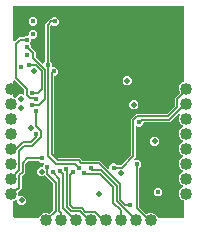
<source format=gbr>
G04 EAGLE Gerber RS-274X export*
G75*
%MOMM*%
%FSLAX34Y34*%
%LPD*%
%INBottom Copper*%
%IPPOS*%
%AMOC8*
5,1,8,0,0,1.08239X$1,22.5*%
G01*
%ADD10C,1.016000*%
%ADD11C,0.152400*%
%ADD12C,0.450000*%
%ADD13C,0.503200*%
%ADD14C,0.453200*%

G36*
X83178Y42066D02*
X83178Y42066D01*
X83230Y42067D01*
X83298Y42092D01*
X83368Y42107D01*
X83412Y42134D01*
X83461Y42151D01*
X83517Y42196D01*
X83579Y42233D01*
X83613Y42273D01*
X83653Y42305D01*
X83692Y42365D01*
X83739Y42420D01*
X83758Y42468D01*
X83786Y42512D01*
X83804Y42581D01*
X83831Y42648D01*
X83839Y42719D01*
X83846Y42751D01*
X83845Y42774D01*
X83849Y42815D01*
X83849Y44745D01*
X85912Y46807D01*
X88828Y46807D01*
X90093Y45542D01*
X90167Y45489D01*
X90237Y45430D01*
X90267Y45417D01*
X90293Y45399D01*
X90380Y45372D01*
X90465Y45338D01*
X90506Y45333D01*
X90528Y45326D01*
X90560Y45327D01*
X90632Y45319D01*
X93129Y45319D01*
X93219Y45334D01*
X93310Y45341D01*
X93340Y45354D01*
X93372Y45359D01*
X93452Y45402D01*
X93536Y45437D01*
X93568Y45463D01*
X93589Y45474D01*
X93611Y45497D01*
X93667Y45542D01*
X101744Y53619D01*
X101797Y53693D01*
X101857Y53762D01*
X101869Y53793D01*
X101888Y53819D01*
X101915Y53906D01*
X101949Y53991D01*
X101953Y54032D01*
X101960Y54054D01*
X101959Y54086D01*
X101967Y54157D01*
X101967Y84537D01*
X106230Y88799D01*
X132323Y88799D01*
X132414Y88814D01*
X132504Y88821D01*
X132534Y88834D01*
X132566Y88839D01*
X132647Y88882D01*
X132731Y88918D01*
X132763Y88943D01*
X132784Y88954D01*
X132806Y88978D01*
X132862Y89022D01*
X139192Y95353D01*
X139245Y95427D01*
X139304Y95496D01*
X139317Y95526D01*
X139335Y95552D01*
X139362Y95639D01*
X139396Y95724D01*
X139401Y95765D01*
X139408Y95787D01*
X139407Y95820D01*
X139415Y95891D01*
X139415Y102327D01*
X143315Y106227D01*
X143383Y106322D01*
X143453Y106416D01*
X143455Y106422D01*
X143459Y106427D01*
X143493Y106538D01*
X143529Y106650D01*
X143529Y106656D01*
X143531Y106662D01*
X143528Y106779D01*
X143527Y106896D01*
X143525Y106903D01*
X143525Y106908D01*
X143519Y106925D01*
X143480Y107057D01*
X142716Y108901D01*
X142716Y111428D01*
X143683Y113762D01*
X145470Y115548D01*
X146628Y116028D01*
X146728Y116090D01*
X146827Y116150D01*
X146832Y116154D01*
X146837Y116158D01*
X146912Y116248D01*
X146987Y116337D01*
X146990Y116342D01*
X146994Y116347D01*
X147035Y116456D01*
X147079Y116565D01*
X147080Y116572D01*
X147082Y116577D01*
X147083Y116595D01*
X147098Y116731D01*
X147098Y179533D01*
X147095Y179551D01*
X147097Y179567D01*
X147096Y179569D01*
X147097Y179573D01*
X147075Y179674D01*
X147058Y179776D01*
X147049Y179794D01*
X147045Y179813D01*
X146991Y179902D01*
X146943Y179993D01*
X146929Y180007D01*
X146918Y180024D01*
X146840Y180092D01*
X146765Y180163D01*
X146747Y180171D01*
X146731Y180184D01*
X146635Y180223D01*
X146542Y180266D01*
X146522Y180269D01*
X146503Y180276D01*
X146337Y180295D01*
X3335Y180295D01*
X3315Y180291D01*
X3295Y180294D01*
X3194Y180272D01*
X3092Y180255D01*
X3074Y180246D01*
X3055Y180241D01*
X2966Y180188D01*
X2874Y180140D01*
X2861Y180125D01*
X2844Y180115D01*
X2776Y180036D01*
X2705Y179961D01*
X2697Y179943D01*
X2684Y179928D01*
X2645Y179832D01*
X2601Y179738D01*
X2599Y179719D01*
X2592Y179700D01*
X2573Y179533D01*
X2573Y150952D01*
X2585Y150881D01*
X2587Y150810D01*
X2605Y150761D01*
X2613Y150709D01*
X2647Y150646D01*
X2671Y150579D01*
X2704Y150538D01*
X2728Y150492D01*
X2780Y150443D01*
X2825Y150387D01*
X2869Y150359D01*
X2906Y150323D01*
X2971Y150292D01*
X3032Y150254D01*
X3082Y150241D01*
X3130Y150219D01*
X3201Y150211D01*
X3270Y150194D01*
X3322Y150198D01*
X3374Y150192D01*
X3444Y150207D01*
X3516Y150213D01*
X3563Y150233D01*
X3614Y150244D01*
X3676Y150281D01*
X3742Y150309D01*
X3798Y150354D01*
X3825Y150370D01*
X3841Y150388D01*
X3873Y150414D01*
X5644Y152185D01*
X7058Y153599D01*
X11037Y153599D01*
X11127Y153614D01*
X11218Y153621D01*
X11248Y153633D01*
X11280Y153639D01*
X11360Y153681D01*
X11444Y153717D01*
X11476Y153743D01*
X11497Y153754D01*
X11519Y153777D01*
X11575Y153822D01*
X12806Y155052D01*
X14718Y155052D01*
X14738Y155056D01*
X14757Y155053D01*
X14859Y155075D01*
X14961Y155092D01*
X14978Y155101D01*
X14998Y155106D01*
X15087Y155159D01*
X15178Y155207D01*
X15192Y155222D01*
X15209Y155232D01*
X15276Y155311D01*
X15348Y155386D01*
X15356Y155404D01*
X15369Y155419D01*
X15408Y155515D01*
X15451Y155609D01*
X15453Y155628D01*
X15461Y155647D01*
X15479Y155814D01*
X15479Y157458D01*
X17542Y159521D01*
X20458Y159521D01*
X22521Y157458D01*
X22521Y154542D01*
X20458Y152479D01*
X18546Y152479D01*
X18526Y152476D01*
X18507Y152478D01*
X18405Y152456D01*
X18303Y152440D01*
X18286Y152430D01*
X18266Y152426D01*
X18177Y152373D01*
X18086Y152324D01*
X18072Y152310D01*
X18055Y152300D01*
X17988Y152221D01*
X17917Y152146D01*
X17908Y152128D01*
X17895Y152113D01*
X17856Y152017D01*
X17813Y151923D01*
X17811Y151903D01*
X17803Y151885D01*
X17785Y151718D01*
X17785Y150073D01*
X16815Y149104D01*
X16804Y149088D01*
X16788Y149075D01*
X16732Y148988D01*
X16672Y148904D01*
X16666Y148885D01*
X16655Y148869D01*
X16630Y148768D01*
X16600Y148669D01*
X16600Y148649D01*
X16595Y148630D01*
X16603Y148527D01*
X16606Y148423D01*
X16613Y148405D01*
X16614Y148385D01*
X16655Y148290D01*
X16690Y148192D01*
X16703Y148177D01*
X16711Y148158D01*
X16815Y148027D01*
X17720Y147123D01*
X17720Y145334D01*
X17735Y145244D01*
X17742Y145153D01*
X17755Y145123D01*
X17760Y145091D01*
X17803Y145010D01*
X17838Y144927D01*
X17864Y144894D01*
X17875Y144874D01*
X17898Y144852D01*
X17943Y144796D01*
X21533Y141206D01*
X21533Y136944D01*
X21547Y136854D01*
X21555Y136763D01*
X21567Y136733D01*
X21572Y136701D01*
X21615Y136621D01*
X21651Y136537D01*
X21677Y136505D01*
X21688Y136484D01*
X21711Y136462D01*
X21756Y136406D01*
X26680Y131482D01*
X26738Y131440D01*
X26790Y131391D01*
X26837Y131369D01*
X26879Y131338D01*
X26948Y131317D01*
X27013Y131287D01*
X27065Y131281D01*
X27115Y131266D01*
X27186Y131268D01*
X27257Y131260D01*
X27308Y131271D01*
X27360Y131272D01*
X27428Y131297D01*
X27498Y131312D01*
X27543Y131339D01*
X27591Y131357D01*
X27647Y131402D01*
X27709Y131438D01*
X27743Y131478D01*
X27783Y131510D01*
X27822Y131571D01*
X27869Y131625D01*
X27888Y131673D01*
X27916Y131717D01*
X27934Y131787D01*
X27961Y131853D01*
X27969Y131925D01*
X27976Y131956D01*
X29244Y133223D01*
X29297Y133297D01*
X29357Y133367D01*
X29369Y133397D01*
X29388Y133423D01*
X29415Y133510D01*
X29449Y133595D01*
X29453Y133636D01*
X29460Y133658D01*
X29459Y133690D01*
X29467Y133762D01*
X29467Y164842D01*
X33658Y169033D01*
X34238Y169033D01*
X34328Y169047D01*
X34419Y169055D01*
X34449Y169067D01*
X34481Y169072D01*
X34562Y169115D01*
X34646Y169151D01*
X34678Y169177D01*
X34698Y169188D01*
X34721Y169211D01*
X34777Y169256D01*
X36042Y170521D01*
X38958Y170521D01*
X41021Y168458D01*
X41021Y165542D01*
X38958Y163479D01*
X36042Y163479D01*
X35486Y164035D01*
X35470Y164046D01*
X35457Y164062D01*
X35370Y164118D01*
X35286Y164178D01*
X35267Y164184D01*
X35251Y164195D01*
X35150Y164220D01*
X35051Y164251D01*
X35031Y164250D01*
X35012Y164255D01*
X34909Y164247D01*
X34805Y164244D01*
X34787Y164238D01*
X34767Y164236D01*
X34672Y164196D01*
X34574Y164160D01*
X34559Y164147D01*
X34540Y164140D01*
X34410Y164035D01*
X33756Y163381D01*
X33702Y163307D01*
X33643Y163238D01*
X33631Y163207D01*
X33612Y163181D01*
X33585Y163094D01*
X33551Y163009D01*
X33547Y162968D01*
X33540Y162946D01*
X33541Y162914D01*
X33533Y162843D01*
X33533Y133762D01*
X33547Y133672D01*
X33555Y133581D01*
X33567Y133551D01*
X33572Y133519D01*
X33615Y133438D01*
X33651Y133354D01*
X33677Y133322D01*
X33688Y133302D01*
X33711Y133279D01*
X33756Y133223D01*
X35021Y131958D01*
X35021Y128925D01*
X35024Y128905D01*
X35022Y128885D01*
X35044Y128784D01*
X35060Y128682D01*
X35070Y128664D01*
X35074Y128645D01*
X35127Y128556D01*
X35176Y128465D01*
X35190Y128451D01*
X35200Y128434D01*
X35279Y128366D01*
X35354Y128295D01*
X35372Y128287D01*
X35387Y128274D01*
X35483Y128235D01*
X35577Y128192D01*
X35597Y128189D01*
X35615Y128182D01*
X35782Y128163D01*
X38033Y128163D01*
X40095Y126101D01*
X40095Y123184D01*
X38033Y121122D01*
X37677Y121122D01*
X37657Y121119D01*
X37638Y121121D01*
X37536Y121099D01*
X37434Y121082D01*
X37417Y121073D01*
X37397Y121069D01*
X37308Y121015D01*
X37217Y120967D01*
X37203Y120953D01*
X37186Y120942D01*
X37119Y120864D01*
X37048Y120789D01*
X37039Y120771D01*
X37026Y120756D01*
X36987Y120659D01*
X36944Y120566D01*
X36942Y120546D01*
X36934Y120527D01*
X36916Y120361D01*
X36916Y55539D01*
X36931Y55449D01*
X36938Y55358D01*
X36950Y55328D01*
X36956Y55296D01*
X36998Y55216D01*
X37034Y55132D01*
X37060Y55100D01*
X37071Y55079D01*
X37094Y55057D01*
X37139Y55001D01*
X40619Y51521D01*
X40693Y51468D01*
X40762Y51408D01*
X40793Y51396D01*
X40819Y51377D01*
X40906Y51350D01*
X40991Y51316D01*
X41032Y51312D01*
X41054Y51305D01*
X41086Y51306D01*
X41157Y51298D01*
X58633Y51298D01*
X60675Y49256D01*
X60749Y49203D01*
X60818Y49143D01*
X60848Y49131D01*
X60874Y49112D01*
X60961Y49085D01*
X61046Y49051D01*
X61087Y49047D01*
X61110Y49040D01*
X61142Y49041D01*
X61213Y49033D01*
X75793Y49033D01*
X82550Y42276D01*
X82608Y42235D01*
X82660Y42185D01*
X82707Y42163D01*
X82749Y42133D01*
X82818Y42112D01*
X82883Y42082D01*
X82935Y42076D01*
X82984Y42061D01*
X83056Y42062D01*
X83127Y42055D01*
X83178Y42066D01*
G37*
G36*
X146356Y637D02*
X146356Y637D01*
X146376Y635D01*
X146477Y657D01*
X146579Y674D01*
X146597Y683D01*
X146616Y687D01*
X146705Y741D01*
X146797Y789D01*
X146810Y803D01*
X146827Y814D01*
X146895Y892D01*
X146966Y967D01*
X146974Y985D01*
X146987Y1001D01*
X147026Y1097D01*
X147070Y1190D01*
X147072Y1210D01*
X147079Y1229D01*
X147098Y1395D01*
X147098Y14698D01*
X147079Y14812D01*
X147062Y14929D01*
X147059Y14934D01*
X147058Y14940D01*
X147004Y15043D01*
X146950Y15148D01*
X146946Y15152D01*
X146943Y15158D01*
X146859Y15238D01*
X146775Y15320D01*
X146768Y15324D01*
X146765Y15327D01*
X146748Y15335D01*
X146628Y15401D01*
X145470Y15881D01*
X143683Y17667D01*
X142716Y20001D01*
X142716Y22528D01*
X143683Y24862D01*
X145470Y26648D01*
X146104Y26911D01*
X146165Y26949D01*
X146231Y26978D01*
X146269Y27013D01*
X146313Y27041D01*
X146359Y27096D01*
X146412Y27145D01*
X146437Y27190D01*
X146470Y27230D01*
X146496Y27297D01*
X146530Y27360D01*
X146540Y27411D01*
X146558Y27460D01*
X146561Y27532D01*
X146574Y27602D01*
X146566Y27654D01*
X146569Y27706D01*
X146549Y27775D01*
X146538Y27846D01*
X146515Y27892D01*
X146500Y27942D01*
X146459Y28001D01*
X146427Y28065D01*
X146390Y28101D01*
X146360Y28144D01*
X146302Y28187D01*
X146251Y28237D01*
X146188Y28271D01*
X146162Y28291D01*
X146140Y28298D01*
X146104Y28318D01*
X145470Y28581D01*
X143683Y30367D01*
X142716Y32701D01*
X142716Y35228D01*
X143683Y37562D01*
X145470Y39348D01*
X146104Y39611D01*
X146165Y39649D01*
X146231Y39678D01*
X146269Y39713D01*
X146313Y39741D01*
X146359Y39796D01*
X146412Y39845D01*
X146437Y39890D01*
X146470Y39930D01*
X146496Y39997D01*
X146530Y40060D01*
X146540Y40111D01*
X146558Y40160D01*
X146561Y40232D01*
X146574Y40302D01*
X146566Y40354D01*
X146569Y40406D01*
X146549Y40475D01*
X146538Y40546D01*
X146515Y40592D01*
X146500Y40642D01*
X146459Y40701D01*
X146427Y40765D01*
X146390Y40801D01*
X146360Y40844D01*
X146302Y40887D01*
X146251Y40937D01*
X146188Y40971D01*
X146162Y40991D01*
X146140Y40998D01*
X146104Y41018D01*
X145470Y41281D01*
X143683Y43067D01*
X142716Y45401D01*
X142716Y47928D01*
X143683Y50262D01*
X145470Y52048D01*
X146104Y52311D01*
X146165Y52349D01*
X146231Y52378D01*
X146269Y52413D01*
X146313Y52441D01*
X146359Y52496D01*
X146412Y52545D01*
X146437Y52590D01*
X146470Y52630D01*
X146496Y52697D01*
X146530Y52760D01*
X146540Y52811D01*
X146558Y52860D01*
X146561Y52932D01*
X146574Y53002D01*
X146566Y53054D01*
X146569Y53106D01*
X146549Y53175D01*
X146538Y53246D01*
X146515Y53292D01*
X146500Y53342D01*
X146459Y53401D01*
X146427Y53465D01*
X146390Y53501D01*
X146360Y53544D01*
X146302Y53587D01*
X146251Y53637D01*
X146188Y53671D01*
X146162Y53691D01*
X146140Y53698D01*
X146104Y53718D01*
X145470Y53981D01*
X143683Y55767D01*
X142716Y58101D01*
X142716Y60628D01*
X143683Y62962D01*
X145470Y64748D01*
X146104Y65011D01*
X146165Y65049D01*
X146231Y65078D01*
X146269Y65113D01*
X146313Y65141D01*
X146359Y65196D01*
X146412Y65245D01*
X146437Y65290D01*
X146470Y65330D01*
X146496Y65397D01*
X146530Y65460D01*
X146540Y65511D01*
X146558Y65560D01*
X146561Y65632D01*
X146574Y65702D01*
X146566Y65754D01*
X146569Y65806D01*
X146549Y65875D01*
X146538Y65946D01*
X146515Y65992D01*
X146500Y66042D01*
X146459Y66101D01*
X146427Y66165D01*
X146390Y66201D01*
X146360Y66244D01*
X146302Y66287D01*
X146251Y66337D01*
X146188Y66371D01*
X146162Y66391D01*
X146140Y66398D01*
X146104Y66418D01*
X145470Y66681D01*
X143683Y68467D01*
X142716Y70801D01*
X142716Y73328D01*
X143683Y75662D01*
X145470Y77448D01*
X146104Y77711D01*
X146165Y77749D01*
X146231Y77778D01*
X146269Y77813D01*
X146313Y77841D01*
X146359Y77896D01*
X146412Y77945D01*
X146437Y77990D01*
X146470Y78030D01*
X146496Y78097D01*
X146530Y78160D01*
X146540Y78211D01*
X146558Y78260D01*
X146561Y78331D01*
X146574Y78402D01*
X146566Y78454D01*
X146569Y78506D01*
X146549Y78575D01*
X146538Y78645D01*
X146515Y78692D01*
X146500Y78742D01*
X146459Y78801D01*
X146427Y78865D01*
X146389Y78901D01*
X146360Y78944D01*
X146302Y78987D01*
X146251Y79037D01*
X146188Y79071D01*
X146163Y79091D01*
X146140Y79098D01*
X146104Y79118D01*
X145470Y79381D01*
X143683Y81167D01*
X142716Y83501D01*
X142716Y86028D01*
X143478Y87867D01*
X143500Y87962D01*
X143529Y88055D01*
X143528Y88081D01*
X143534Y88106D01*
X143525Y88203D01*
X143523Y88301D01*
X143514Y88325D01*
X143511Y88351D01*
X143472Y88440D01*
X143438Y88532D01*
X143422Y88552D01*
X143411Y88576D01*
X143345Y88648D01*
X143284Y88724D01*
X143262Y88738D01*
X143245Y88757D01*
X143159Y88804D01*
X143078Y88857D01*
X143052Y88863D01*
X143029Y88876D01*
X142933Y88893D01*
X142839Y88917D01*
X142813Y88915D01*
X142787Y88919D01*
X142691Y88905D01*
X142594Y88898D01*
X142570Y88887D01*
X142544Y88883D01*
X142457Y88839D01*
X142367Y88801D01*
X142342Y88781D01*
X142325Y88772D01*
X142301Y88748D01*
X142237Y88696D01*
X135130Y81590D01*
X113230Y81590D01*
X113210Y81587D01*
X113190Y81589D01*
X113089Y81567D01*
X112987Y81550D01*
X112969Y81541D01*
X112950Y81537D01*
X112861Y81484D01*
X112769Y81435D01*
X112756Y81421D01*
X112739Y81411D01*
X112671Y81332D01*
X112600Y81257D01*
X112592Y81239D01*
X112579Y81224D01*
X112540Y81128D01*
X112496Y81034D01*
X112494Y81014D01*
X112487Y80996D01*
X112468Y80829D01*
X112468Y80026D01*
X110406Y77964D01*
X107489Y77964D01*
X107332Y78121D01*
X107274Y78163D01*
X107222Y78212D01*
X107175Y78234D01*
X107133Y78265D01*
X107064Y78286D01*
X106999Y78316D01*
X106947Y78322D01*
X106897Y78337D01*
X106826Y78335D01*
X106755Y78343D01*
X106704Y78332D01*
X106652Y78331D01*
X106584Y78306D01*
X106514Y78291D01*
X106469Y78264D01*
X106421Y78246D01*
X106365Y78201D01*
X106303Y78164D01*
X106269Y78125D01*
X106229Y78092D01*
X106190Y78032D01*
X106143Y77978D01*
X106124Y77929D01*
X106096Y77885D01*
X106078Y77816D01*
X106051Y77749D01*
X106043Y77678D01*
X106035Y77647D01*
X106037Y77624D01*
X106033Y77583D01*
X106033Y52158D01*
X104695Y50820D01*
X104653Y50762D01*
X104604Y50710D01*
X104582Y50663D01*
X104551Y50621D01*
X104530Y50552D01*
X104500Y50487D01*
X104494Y50435D01*
X104479Y50385D01*
X104481Y50314D01*
X104473Y50243D01*
X104484Y50192D01*
X104485Y50140D01*
X104510Y50072D01*
X104525Y50002D01*
X104552Y49957D01*
X104570Y49909D01*
X104615Y49853D01*
X104651Y49791D01*
X104691Y49757D01*
X104724Y49717D01*
X104784Y49678D01*
X104838Y49631D01*
X104887Y49612D01*
X104931Y49584D01*
X105000Y49566D01*
X105067Y49539D01*
X105138Y49531D01*
X105169Y49523D01*
X105192Y49525D01*
X105233Y49521D01*
X108458Y49521D01*
X110521Y47458D01*
X110521Y44542D01*
X109256Y43277D01*
X109203Y43203D01*
X109143Y43133D01*
X109131Y43103D01*
X109112Y43077D01*
X109085Y42990D01*
X109051Y42905D01*
X109047Y42864D01*
X109040Y42842D01*
X109041Y42810D01*
X109033Y42738D01*
X109033Y10076D01*
X109047Y9986D01*
X109055Y9895D01*
X109067Y9866D01*
X109072Y9834D01*
X109115Y9753D01*
X109151Y9669D01*
X109177Y9637D01*
X109188Y9616D01*
X109211Y9594D01*
X109256Y9538D01*
X114682Y4112D01*
X114776Y4044D01*
X114871Y3974D01*
X114877Y3972D01*
X114882Y3968D01*
X114993Y3934D01*
X115104Y3898D01*
X115111Y3898D01*
X115117Y3896D01*
X115233Y3899D01*
X115350Y3900D01*
X115358Y3902D01*
X115363Y3902D01*
X115380Y3909D01*
X115511Y3947D01*
X117667Y4840D01*
X120193Y4840D01*
X122528Y3873D01*
X124314Y2086D01*
X124721Y1104D01*
X124783Y1004D01*
X124842Y905D01*
X124847Y900D01*
X124850Y895D01*
X124941Y820D01*
X125029Y745D01*
X125035Y742D01*
X125040Y738D01*
X125148Y697D01*
X125257Y653D01*
X125265Y652D01*
X125270Y650D01*
X125288Y649D01*
X125424Y634D01*
X146337Y634D01*
X146356Y637D01*
G37*
G36*
X23651Y653D02*
X23651Y653D01*
X23767Y670D01*
X23773Y673D01*
X23779Y674D01*
X23881Y728D01*
X23986Y782D01*
X23991Y786D01*
X23996Y789D01*
X24076Y873D01*
X24159Y957D01*
X24162Y964D01*
X24166Y967D01*
X24173Y984D01*
X24239Y1104D01*
X24646Y2086D01*
X26433Y3873D01*
X28767Y4840D01*
X31293Y4840D01*
X32686Y4263D01*
X32800Y4236D01*
X32913Y4207D01*
X32920Y4208D01*
X32926Y4206D01*
X33042Y4217D01*
X33159Y4227D01*
X33164Y4229D01*
X33171Y4230D01*
X33278Y4277D01*
X33385Y4323D01*
X33391Y4328D01*
X33395Y4330D01*
X33409Y4342D01*
X33516Y4428D01*
X36192Y7104D01*
X36245Y7178D01*
X36304Y7247D01*
X36317Y7277D01*
X36335Y7304D01*
X36362Y7391D01*
X36396Y7475D01*
X36401Y7516D01*
X36408Y7539D01*
X36407Y7571D01*
X36415Y7642D01*
X36415Y29327D01*
X36400Y29417D01*
X36393Y29508D01*
X36380Y29538D01*
X36375Y29570D01*
X36332Y29651D01*
X36297Y29735D01*
X36271Y29767D01*
X36260Y29788D01*
X36237Y29810D01*
X36192Y29866D01*
X29571Y36486D01*
X29555Y36498D01*
X29543Y36514D01*
X29455Y36570D01*
X29371Y36630D01*
X29352Y36636D01*
X29336Y36647D01*
X29235Y36672D01*
X29136Y36702D01*
X29116Y36702D01*
X29097Y36707D01*
X28994Y36699D01*
X28890Y36696D01*
X28872Y36689D01*
X28852Y36687D01*
X28757Y36647D01*
X28659Y36611D01*
X28644Y36599D01*
X28626Y36591D01*
X28495Y36486D01*
X28067Y36059D01*
X24930Y36059D01*
X22712Y38277D01*
X22712Y41414D01*
X24930Y43632D01*
X27033Y43632D01*
X27053Y43635D01*
X27072Y43633D01*
X27174Y43655D01*
X27276Y43672D01*
X27293Y43681D01*
X27313Y43685D01*
X27402Y43739D01*
X27493Y43787D01*
X27507Y43801D01*
X27524Y43812D01*
X27591Y43890D01*
X27662Y43965D01*
X27671Y43983D01*
X27684Y43998D01*
X27722Y44095D01*
X27766Y44188D01*
X27768Y44208D01*
X27776Y44227D01*
X27794Y44393D01*
X27794Y45540D01*
X28434Y46180D01*
X28475Y46238D01*
X28525Y46290D01*
X28547Y46337D01*
X28577Y46379D01*
X28598Y46448D01*
X28628Y46513D01*
X28634Y46565D01*
X28649Y46615D01*
X28648Y46686D01*
X28655Y46757D01*
X28644Y46808D01*
X28643Y46860D01*
X28618Y46928D01*
X28603Y46998D01*
X28577Y47043D01*
X28559Y47091D01*
X28514Y47147D01*
X28477Y47209D01*
X28437Y47243D01*
X28405Y47283D01*
X28345Y47322D01*
X28290Y47369D01*
X28242Y47388D01*
X28198Y47416D01*
X28129Y47434D01*
X28062Y47461D01*
X27991Y47469D01*
X27960Y47477D01*
X27936Y47475D01*
X27895Y47479D01*
X25542Y47479D01*
X24277Y48744D01*
X24203Y48797D01*
X24133Y48857D01*
X24103Y48869D01*
X24077Y48888D01*
X23990Y48915D01*
X23905Y48949D01*
X23864Y48953D01*
X23842Y48960D01*
X23810Y48959D01*
X23738Y48967D01*
X15399Y48967D01*
X15309Y48953D01*
X15218Y48945D01*
X15188Y48933D01*
X15156Y48928D01*
X15076Y48885D01*
X14992Y48849D01*
X14960Y48823D01*
X14939Y48812D01*
X14917Y48789D01*
X14861Y48744D01*
X12497Y46381D01*
X12444Y46307D01*
X12385Y46238D01*
X12373Y46207D01*
X12354Y46181D01*
X12327Y46094D01*
X12293Y46009D01*
X12288Y45968D01*
X12281Y45946D01*
X12282Y45914D01*
X12274Y45843D01*
X12274Y38919D01*
X9614Y36259D01*
X9561Y36186D01*
X9502Y36116D01*
X9490Y36086D01*
X9471Y36060D01*
X9444Y35973D01*
X9410Y35888D01*
X9405Y35847D01*
X9398Y35825D01*
X9399Y35792D01*
X9391Y35721D01*
X9391Y25517D01*
X6820Y22946D01*
X6767Y22872D01*
X6708Y22802D01*
X6696Y22772D01*
X6677Y22746D01*
X6650Y22659D01*
X6616Y22574D01*
X6611Y22533D01*
X6604Y22511D01*
X6605Y22479D01*
X6597Y22407D01*
X6597Y19890D01*
X6609Y19819D01*
X6611Y19747D01*
X6629Y19699D01*
X6637Y19647D01*
X6671Y19584D01*
X6695Y19516D01*
X6728Y19476D01*
X6752Y19430D01*
X6804Y19380D01*
X6849Y19324D01*
X6893Y19296D01*
X6931Y19260D01*
X6996Y19230D01*
X7056Y19191D01*
X7106Y19179D01*
X7154Y19157D01*
X7225Y19149D01*
X7294Y19131D01*
X7346Y19135D01*
X7398Y19130D01*
X7468Y19145D01*
X7540Y19150D01*
X7588Y19171D01*
X7638Y19182D01*
X7700Y19219D01*
X7766Y19247D01*
X7813Y19284D01*
X10967Y19284D01*
X13185Y17066D01*
X13185Y13929D01*
X10967Y11711D01*
X7829Y11711D01*
X5611Y13929D01*
X5611Y15563D01*
X5600Y15634D01*
X5598Y15706D01*
X5580Y15755D01*
X5571Y15806D01*
X5538Y15869D01*
X5513Y15937D01*
X5481Y15978D01*
X5456Y16024D01*
X5404Y16073D01*
X5360Y16129D01*
X5316Y16157D01*
X5278Y16193D01*
X5213Y16223D01*
X5153Y16262D01*
X5102Y16275D01*
X5055Y16297D01*
X4984Y16304D01*
X4914Y16322D01*
X4862Y16318D01*
X4811Y16324D01*
X4740Y16308D01*
X4669Y16303D01*
X4621Y16282D01*
X4570Y16271D01*
X4509Y16235D01*
X4443Y16207D01*
X4387Y16162D01*
X4359Y16145D01*
X4344Y16127D01*
X4312Y16102D01*
X3844Y15634D01*
X3043Y15302D01*
X2943Y15240D01*
X2844Y15181D01*
X2840Y15176D01*
X2834Y15173D01*
X2759Y15082D01*
X2684Y14994D01*
X2681Y14988D01*
X2677Y14983D01*
X2636Y14875D01*
X2592Y14766D01*
X2591Y14758D01*
X2589Y14754D01*
X2588Y14735D01*
X2573Y14599D01*
X2573Y1395D01*
X2576Y1376D01*
X2574Y1356D01*
X2596Y1255D01*
X2613Y1153D01*
X2622Y1135D01*
X2627Y1116D01*
X2680Y1027D01*
X2728Y935D01*
X2743Y922D01*
X2753Y905D01*
X2831Y837D01*
X2906Y766D01*
X2924Y758D01*
X2940Y745D01*
X3036Y706D01*
X3130Y662D01*
X3149Y660D01*
X3168Y653D01*
X3335Y634D01*
X23536Y634D01*
X23651Y653D01*
G37*
G36*
X4408Y102455D02*
X4408Y102455D01*
X4460Y102456D01*
X4528Y102481D01*
X4598Y102496D01*
X4643Y102523D01*
X4692Y102541D01*
X4748Y102585D01*
X4809Y102622D01*
X4843Y102662D01*
X4884Y102694D01*
X4922Y102755D01*
X4969Y102809D01*
X4989Y102857D01*
X5017Y102901D01*
X5034Y102971D01*
X5061Y103037D01*
X5069Y103109D01*
X5077Y103140D01*
X5075Y103163D01*
X5080Y103204D01*
X5080Y103263D01*
X7298Y105481D01*
X10435Y105481D01*
X10615Y105302D01*
X10673Y105260D01*
X10725Y105210D01*
X10772Y105188D01*
X10814Y105158D01*
X10883Y105137D01*
X10948Y105107D01*
X11000Y105101D01*
X11049Y105086D01*
X11121Y105087D01*
X11192Y105080D01*
X11243Y105091D01*
X11295Y105092D01*
X11363Y105117D01*
X11433Y105132D01*
X11477Y105159D01*
X11526Y105176D01*
X11582Y105221D01*
X11644Y105258D01*
X11678Y105298D01*
X11718Y105330D01*
X11757Y105390D01*
X11804Y105445D01*
X11823Y105493D01*
X11851Y105537D01*
X11869Y105606D01*
X11896Y105673D01*
X11904Y105744D01*
X11911Y105776D01*
X11910Y105799D01*
X11914Y105840D01*
X11914Y108772D01*
X11899Y108863D01*
X11892Y108953D01*
X11880Y108983D01*
X11874Y109015D01*
X11832Y109096D01*
X11796Y109180D01*
X11770Y109212D01*
X11759Y109233D01*
X11736Y109255D01*
X11691Y109311D01*
X3873Y117129D01*
X3815Y117171D01*
X3763Y117220D01*
X3715Y117242D01*
X3673Y117273D01*
X3605Y117294D01*
X3540Y117324D01*
X3488Y117330D01*
X3438Y117345D01*
X3366Y117343D01*
X3295Y117351D01*
X3244Y117340D01*
X3192Y117339D01*
X3125Y117314D01*
X3055Y117299D01*
X3010Y117272D01*
X2961Y117254D01*
X2905Y117209D01*
X2844Y117173D01*
X2810Y117133D01*
X2769Y117100D01*
X2730Y117040D01*
X2684Y116986D01*
X2664Y116937D01*
X2636Y116894D01*
X2619Y116824D01*
X2592Y116758D01*
X2584Y116686D01*
X2576Y116655D01*
X2578Y116632D01*
X2573Y116591D01*
X2573Y103637D01*
X2592Y103522D01*
X2609Y103406D01*
X2612Y103400D01*
X2613Y103394D01*
X2667Y103291D01*
X2721Y103187D01*
X2725Y103182D01*
X2728Y103177D01*
X2812Y103097D01*
X2896Y103014D01*
X2903Y103011D01*
X2906Y103007D01*
X2923Y103000D01*
X3043Y102934D01*
X3875Y102589D01*
X3890Y102575D01*
X3937Y102553D01*
X3980Y102522D01*
X4048Y102501D01*
X4113Y102471D01*
X4165Y102465D01*
X4215Y102450D01*
X4287Y102452D01*
X4358Y102444D01*
X4408Y102455D01*
G37*
%LPC*%
G36*
X97436Y112911D02*
X97436Y112911D01*
X95218Y115129D01*
X95218Y118266D01*
X97436Y120484D01*
X100573Y120484D01*
X102791Y118266D01*
X102791Y115129D01*
X100573Y112911D01*
X97436Y112911D01*
G37*
%LPD*%
%LPC*%
G36*
X102879Y92758D02*
X102879Y92758D01*
X100661Y94976D01*
X100661Y98113D01*
X102879Y100331D01*
X106016Y100331D01*
X108234Y98113D01*
X108234Y94976D01*
X106016Y92758D01*
X102879Y92758D01*
G37*
%LPD*%
%LPC*%
G36*
X120630Y61864D02*
X120630Y61864D01*
X118412Y64082D01*
X118412Y67219D01*
X120630Y69437D01*
X123768Y69437D01*
X125986Y67219D01*
X125986Y64082D01*
X123768Y61864D01*
X120630Y61864D01*
G37*
%LPD*%
%LPC*%
G36*
X17542Y163479D02*
X17542Y163479D01*
X15479Y165542D01*
X15479Y168458D01*
X17542Y170521D01*
X20458Y170521D01*
X22521Y168458D01*
X22521Y165542D01*
X20458Y163479D01*
X17542Y163479D01*
G37*
%LPD*%
%LPC*%
G36*
X123542Y19213D02*
X123542Y19213D01*
X121479Y21275D01*
X121479Y24192D01*
X123542Y26254D01*
X126458Y26254D01*
X128521Y24192D01*
X128521Y21275D01*
X126458Y19213D01*
X123542Y19213D01*
G37*
%LPD*%
D10*
X149067Y72065D03*
X149067Y84765D03*
X149067Y59365D03*
X149067Y97465D03*
X149067Y46665D03*
X149067Y110165D03*
X149067Y33965D03*
X149067Y21265D03*
X80830Y-1511D03*
X93530Y-1511D03*
X68130Y-1511D03*
X106230Y-1511D03*
X55430Y-1511D03*
X118930Y-1511D03*
X42730Y-1511D03*
X30030Y-1511D03*
X247Y71818D03*
X247Y84518D03*
X247Y59118D03*
X247Y97218D03*
X247Y46418D03*
X247Y109918D03*
X247Y33718D03*
X247Y21018D03*
D11*
X141448Y94734D02*
X141448Y101485D01*
X149067Y109104D02*
X149067Y110165D01*
X149067Y109104D02*
X141448Y101485D01*
X133481Y86767D02*
X107072Y86767D01*
X133481Y86767D02*
X141448Y94734D01*
D12*
X87370Y43286D03*
D11*
X104000Y53000D02*
X104000Y83695D01*
X104000Y53000D02*
X94286Y43286D01*
X87370Y43286D01*
X104000Y83695D02*
X107072Y86767D01*
D13*
X99005Y116698D03*
X104448Y96544D03*
X75378Y20895D03*
X17651Y76485D03*
X19868Y124965D03*
X122199Y65650D03*
X26498Y39845D03*
X93612Y38410D03*
D12*
X85080Y71301D03*
X85080Y84001D03*
X85080Y96701D03*
X74920Y96701D03*
X74920Y106861D03*
X62220Y106861D03*
X49520Y106861D03*
X39360Y96701D03*
X39360Y84001D03*
X39360Y71301D03*
X49520Y71301D03*
X49520Y84001D03*
X49520Y96701D03*
X49520Y61141D03*
X62220Y61141D03*
X74920Y61141D03*
X62220Y71301D03*
X62220Y84001D03*
X62220Y96701D03*
X74920Y84001D03*
X74920Y71301D03*
X62700Y132382D03*
X62700Y138907D03*
X62742Y145944D03*
X67311Y151748D03*
X79210Y125449D03*
X71320Y125449D03*
X108148Y127463D03*
X118408Y127463D03*
X143877Y127529D03*
X117350Y92450D03*
D13*
X22678Y45326D03*
D12*
X143877Y118529D03*
X126877Y127529D03*
X134877Y127529D03*
X132782Y64559D03*
X98842Y127568D03*
X63008Y162836D03*
X65380Y177981D03*
X58880Y177981D03*
X52380Y177981D03*
X45743Y177981D03*
X39539Y178069D03*
X52870Y168314D03*
X45870Y168314D03*
X42374Y162914D03*
X49374Y162914D03*
X62700Y125382D03*
X132719Y24835D03*
X5029Y178211D03*
X12005Y178089D03*
X19177Y178089D03*
X26128Y178031D03*
X33128Y178187D03*
X23779Y144000D03*
X56374Y162914D03*
X58870Y168314D03*
X65370Y168314D03*
X48870Y173314D03*
X55370Y173314D03*
X62370Y173314D03*
X41870Y173314D03*
X72880Y177981D03*
X79880Y177981D03*
X86880Y177981D03*
X100380Y177981D03*
X106880Y177981D03*
X113380Y177981D03*
X93880Y177981D03*
X130880Y177981D03*
D14*
X142380Y177981D03*
D12*
X68870Y173314D03*
X67182Y159332D03*
X63066Y155235D03*
D14*
X135380Y165981D03*
X128380Y165981D03*
X142380Y165981D03*
X135380Y138481D03*
X128880Y138481D03*
X142380Y138481D03*
D12*
X91811Y155248D03*
X98811Y149248D03*
X101811Y162748D03*
X106811Y158248D03*
X120811Y168248D03*
X120811Y161248D03*
X120811Y142748D03*
X120811Y133748D03*
X91811Y149248D03*
X125000Y22734D03*
D13*
X9398Y15497D03*
X8866Y101695D03*
X8707Y93716D03*
D12*
X9100Y128633D03*
X19000Y167000D03*
X31315Y44082D03*
D11*
X31315Y37617D01*
X38448Y30485D01*
X38448Y6485D01*
X30452Y-1511D02*
X30030Y-1511D01*
X30452Y-1511D02*
X38448Y6485D01*
D12*
X27000Y51000D03*
D11*
X14242Y51000D02*
X10242Y47000D01*
X10242Y39762D01*
X7359Y36879D01*
X7359Y26359D02*
X5000Y24000D01*
X14242Y51000D02*
X27000Y51000D01*
X7359Y36879D02*
X7359Y26359D01*
X3229Y24000D02*
X247Y21018D01*
X3229Y24000D02*
X5000Y24000D01*
D12*
X21816Y91485D03*
D11*
X21816Y78751D01*
X26121Y74447D01*
X26121Y69158D01*
X18448Y61485D02*
X11448Y61485D01*
X7448Y57485D01*
X18448Y61485D02*
X26121Y69158D01*
X7448Y40919D02*
X247Y33718D01*
X7448Y40919D02*
X7448Y57485D01*
D12*
X21839Y71987D03*
D11*
X21839Y69241D01*
X17535Y64937D01*
X10900Y64937D01*
X5081Y59118D01*
X247Y59118D01*
D12*
X35802Y39638D03*
D11*
X42730Y5202D02*
X42730Y-1511D01*
X42730Y5202D02*
X41448Y6485D01*
X41448Y33609D01*
X35802Y39255D02*
X35802Y39638D01*
X35802Y39255D02*
X41448Y33609D01*
D12*
X41752Y40560D03*
D11*
X54792Y-1511D02*
X55430Y-1511D01*
X54792Y-1511D02*
X44259Y9022D01*
X44259Y38053D02*
X41752Y40560D01*
X44259Y38053D02*
X44259Y9022D01*
D12*
X47432Y42189D03*
D11*
X47591Y42030D01*
X59095Y6128D02*
X66734Y-1511D01*
X47591Y9641D02*
X47591Y42030D01*
X66734Y-1511D02*
X68130Y-1511D01*
X51104Y6128D02*
X47591Y9641D01*
X51104Y6128D02*
X59095Y6128D01*
D12*
X52605Y39189D03*
D11*
X78419Y-1511D02*
X80830Y-1511D01*
X50567Y37152D02*
X52605Y39189D01*
X71527Y5672D02*
X78710Y-1511D01*
X80830Y-1511D01*
X53000Y8922D02*
X50567Y11355D01*
X53000Y8922D02*
X60252Y8922D01*
X63502Y5672D01*
X50567Y11355D02*
X50567Y37152D01*
X63502Y5672D02*
X71527Y5672D01*
X32500Y52500D02*
X32036Y52964D01*
X32500Y52500D02*
X38529Y46471D01*
D12*
X58000Y43000D03*
D11*
X54529Y46471D01*
X38529Y46471D01*
D12*
X37500Y167000D03*
D11*
X32500Y52814D02*
X32500Y52500D01*
X32500Y52814D02*
X32089Y53225D01*
D12*
X31500Y130500D03*
D11*
X32089Y129911D01*
X32089Y53225D01*
X31500Y130500D02*
X31500Y164000D01*
X34500Y167000D02*
X37500Y167000D01*
X34500Y167000D02*
X31500Y164000D01*
D12*
X62641Y39094D03*
D11*
X63533Y38203D02*
X75846Y38203D01*
X63533Y38203D02*
X62641Y39094D01*
X87206Y26843D02*
X87206Y13562D01*
X93530Y7238D01*
X87206Y26843D02*
X75846Y38203D01*
X93530Y7238D02*
X93530Y-1511D01*
D12*
X67899Y42533D03*
D11*
X68995Y41485D02*
X76515Y41485D01*
X68995Y41485D02*
X67947Y42533D01*
X67899Y42533D01*
X76515Y41485D02*
X90000Y28000D01*
X90000Y14719D01*
X106230Y-1511D01*
D12*
X107000Y46000D03*
D11*
X107000Y8919D01*
X117430Y-1511D02*
X118930Y-1511D01*
X117430Y-1511D02*
X107000Y8919D01*
X111086Y83623D02*
X134288Y83623D01*
X111086Y83623D02*
X108948Y81485D01*
D12*
X108948Y81485D03*
D11*
X134288Y83623D02*
X145837Y95171D01*
X146774Y95171D02*
X149067Y97465D01*
X146774Y95171D02*
X145837Y95171D01*
D12*
X18311Y106530D03*
D11*
X26420Y109420D02*
X26420Y124915D01*
X26420Y109420D02*
X23530Y106530D01*
X18311Y106530D01*
D12*
X15500Y130000D03*
D11*
X21335Y130000D02*
X26420Y124915D01*
X21335Y130000D02*
X15500Y130000D01*
D12*
X21448Y101485D03*
D11*
X16173Y102203D02*
X13947Y104429D01*
X20730Y102203D02*
X21448Y101485D01*
X20730Y102203D02*
X16173Y102203D01*
X13947Y104429D02*
X13947Y109930D01*
D12*
X14264Y151532D03*
D11*
X4655Y148321D02*
X4655Y119222D01*
X4655Y148321D02*
X7900Y151566D01*
X14230Y151566D02*
X14264Y151532D01*
X4655Y119222D02*
X13947Y109930D01*
X14230Y151566D02*
X7900Y151566D01*
D12*
X18448Y96485D03*
D11*
X24538Y96485D01*
X29027Y100973D02*
X29243Y101189D01*
X29027Y100973D02*
X24538Y96485D01*
D12*
X14199Y145665D03*
D11*
X29027Y108075D02*
X29027Y100973D01*
X29027Y108075D02*
X29214Y108263D01*
X29214Y126073D01*
X19500Y135787D01*
X19500Y140364D02*
X14199Y145665D01*
X19500Y140364D02*
X19500Y135787D01*
D12*
X19000Y156000D03*
X14074Y138999D03*
X36574Y124643D03*
X101000Y12000D03*
D11*
X36574Y124643D02*
X36525Y124643D01*
X34883Y123000D01*
X34883Y54382D02*
X40000Y49265D01*
X57791Y49265D01*
X60056Y47000D01*
X96670Y12000D02*
X101000Y12000D01*
X34883Y54382D02*
X34883Y123000D01*
X60056Y47000D02*
X74951Y47000D01*
X92794Y29157D01*
X92794Y15876D01*
X96670Y12000D01*
M02*

</source>
